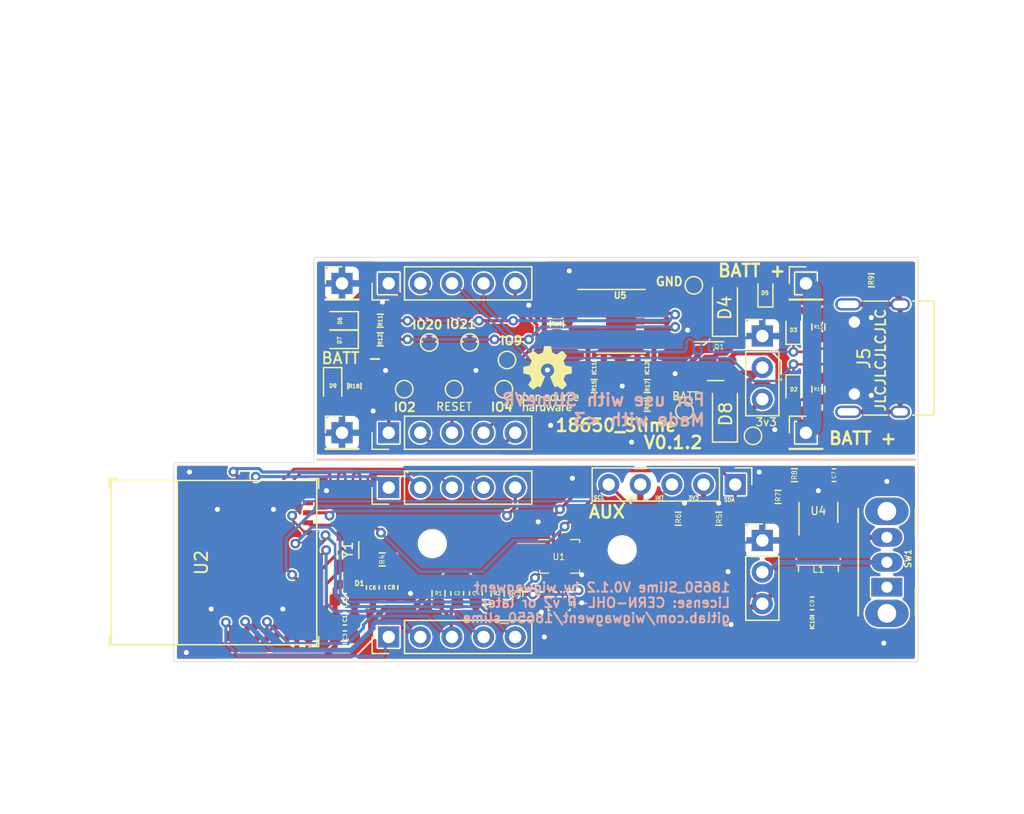
<source format=kicad_pcb>
(kicad_pcb (version 20211014) (generator pcbnew)
  (title_block (title "18650_Slime") (date "2022-12-07") (rev "V0.1.2") (company "gitlab.com/wigwagwent/18650_slime") (comment 1 "Licensed under CERN-OHL-P v2 or later") (comment 2 "For use with SlimeVR and made with <3"))
  (layers (0 "F.Cu" signal) (31 "B.Cu" signal) (34 "B.Paste" user) (35 "F.Paste" user) (36 "B.SilkS" user "B.Silkscreen") (37 "F.SilkS" user "F.Silkscreen") (38 "B.Mask" user) (39 "F.Mask" user) (44 "Edge.Cuts" user))
  (net 0 "")
  (net 1 "+BATT")
  (net 2 "GND")
  (net 3 "+3V3")
  (net 4 "IO0")
  (net 5 "VBUS")
  (net 6 "IO1")
  (net 7 "+5V")
  (net 8 "USB_D-")
  (net 9 "USB_D+")
  (net 10 "IO10_SDA")
  (net 11 "IO7_INT2")
  (net 12 "IO8_SCL")
  (net 13 "Net-(R2-Pad1)")
  (net 14 "IO6_INT1")
  (net 15 "Net-(R3-Pad2)")
  (net 16 "Net-(L1-Pad1)")
  (net 17 "IO5_LED")
  (net 19 "B_SENSE")
  (net 25 "UNUSED_IO2")
  (net 26 "UNUSED_IO4")
  (net 31 "UNUSED_IO9")
  (net 32 "UNUSED_IO20")
  (net 37 "RESET")
  (net 38 "/Top Level/GND")
  (net 39 "UNUSED_IO21")
  (net 40 "/Top Level/UNUSED_IO9")
  (net 44 "/Top Level/USB_D-")
  (net 45 "/Top Level/USB_D+")
  (net 46 "Net-(D4-Pad2)")
  (net 47 "Net-(D6-Pad1)")
  (net 48 "Net-(D7-Pad1)")
  (net 49 "/Top Level/5V")
  (net 50 "Net-(D9-Pad2)")
  (net 51 "+5P")
  (net 52 "Net-(J5-PadA5)")
  (net 54 "Net-(J5-PadB5)")
  (net 56 "Net-(J5-PadS1)")
  (net 57 "/Top Level/UNUSED_IO21")
  (net 58 "/Top Level/UNUSED_IO20")
  (net 59 "/Top Level/UNUSED_IO4")
  (net 60 "/Top Level/UNUSED_IO2")
  (net 61 "/Top Level/+3V3")
  (net 62 "Net-(R7-Pad2)")
  (net 63 "Net-(R10-Pad2)")
  (net 64 "Net-(R11-Pad1)")
  (net 65 "Net-(R12-Pad1)")
  (net 66 "/Top Level/B_SENSE")
  (net 67 "/Top Level/IO5_LED")
  (net 68 "/Top Level/RESET")
  (footprint "Connector_PinHeader_2.54mm:PinHeader_1x01_P2.54mm_Vertical" (layer "F.Cu") (at 77.25 40.59326)
    (fp_text reference "J11" hide)
    (fp_text value "Batt -")
  )
  (footprint "Connector_PinHeader_2.54mm:PinHeader_1x05_P2.54mm_Vertical" (layer "F.Cu") (at 108.825 56.75 -90)
    (fp_text reference "J1" hide)
    (fp_text value "IMU_Connector")
  )
  (footprint "Resistor_SMD:R_0603_1608Metric" (layer "F.Cu") (at 80.325 43.59326 180)
    (fp_text reference "R11" hide)
    (fp_text value "1K")
  )
  (footprint "Capacitor_SMD:C_0603_1608Metric" (layer "F.Cu") (at 115 67.8 180)
    (fp_text reference "C10" hide)
    (fp_text value "10uF")
  )
  (footprint "Connector_PinHeader_2.54mm:PinHeader_1x01_P2.54mm_Vertical" (layer "F.Cu") (at 77.25 52.59326)
    (fp_text reference "J12" hide)
    (fp_text value "Batt -")
  )
  (footprint "Resistor_SMD:R_0603_1608Metric" (layer "F.Cu") (at 94.5 43.84326 90)
    (fp_text reference "R10" hide)
    (fp_text value "2K")
  )
  (footprint "Resistor_SMD:R_0603_1608Metric" (layer "F.Cu") (at 89.75 65.5 -90)
    (fp_text reference "R2" hide)
    (fp_text value "4.7K")
  )
  (footprint "Capacitor_SMD:C_0603_1608Metric" (layer "F.Cu") (at 77.475 69.025)
    (fp_text reference "C3" hide)
    (fp_text value "100nF 10V")
  )
  (footprint "TestPoint:TestPoint_Pad_D1.0mm" (layer "F.Cu") (at 82.25 49.09326)
    (fp_text reference "TP7" hide)
    (fp_text value "IO2")
  )
  (footprint "TestPoint:TestPoint_Pad_D1.0mm" (layer "F.Cu") (at 87.5 45.34326)
    (fp_text reference "TP5" hide)
    (fp_text value "IO21")
  )
  (footprint "Connector_PinHeader_2.54mm:PinHeader_1x05_P2.54mm_Vertical" (layer "F.Cu") (at 81 40.59326 90)
    (fp_text reference "J8" hide)
    (fp_text value "Conn_01x05_Male")
  )
  (footprint "TestPoint:TestPoint_Pad_D1.0mm" (layer "F.Cu") (at 86.25 49.09326)
    (fp_text reference "TP3" hide)
    (fp_text value "RESET")
  )
  (footprint "Resistor_SMD:R_0603_1608Metric" (layer "F.Cu") (at 119.75 40.34326 180)
    (fp_text reference "R9" hide)
    (fp_text value "120K")
  )
  (footprint "MountingHole:MountingHole_2.1mm" (layer "F.Cu") (at 84.5 61.5)
    (fp_text reference "H1" hide)
    (fp_text value "MountingHole_2.1mm" hide)
  )
  (footprint "Resistor_SMD:R_0603_1608Metric" (layer "F.Cu") (at 107.5 59.5 180)
    (fp_text reference "R5" hide)
    (fp_text value "4.7K")
  )
  (footprint "Diode_SMD:D_SOD-523" (layer "F.Cu") (at 111.25 41.34326 90)
    (fp_text reference "D5")
    (fp_text value "LESD5D5.0CT1G")
  )
  (footprint "TestPoint:TestPoint_Pad_D1.0mm" (layer "F.Cu") (at 104.75 50.84326)
    (fp_text reference "TP1" hide)
    (fp_text value "BATT")
  )
  (footprint "TestPoint:TestPoint_Pad_D1.0mm" (layer "F.Cu") (at 84.25 45.34326)
    (fp_text reference "TP4" hide)
    (fp_text value "IO20")
  )
  (footprint "Diode_SMD:D_SOD-523" (layer "F.Cu") (at 113.5 44.34326 90)
    (fp_text reference "D3")
    (fp_text value "LESD5D5.0CT1G")
  )
  (footprint "Resistor_SMD:R_0603_1608Metric" (layer "F.Cu") (at 112.25 57.75)
    (fp_text reference "R7" hide)
    (fp_text value "120K 1%")
  )
  (footprint "Package_TO_SOT_SMD:SOT-23" (layer "F.Cu") (at 107.25 46.84326)
    (fp_text reference "Q1" hide)
    (fp_text value "CJ2305")
  )
  (footprint "Package_LGA:Bosch_LGA-14_3x2.5mm_P0.5mm" (layer "F.Cu") (at 94.725 62.525)
    (fp_text reference "U1")
    (fp_text value "BMI160")
  )
  (footprint "Diode_SMD:D_SOD-523" (layer "F.Cu") (at 113.5 49.09326 -90)
    (fp_text reference "D2")
    (fp_text value "LESD5D5.0CT1G")
  )
  (footprint "Resistor_SMD:R_0603_1608Metric" (layer "F.Cu") (at 80.475 62.775)
    (fp_text reference "R4" hide)
    (fp_text value "DNP")
  )
  (footprint "Capacitor_SMD:C_0603_1608Metric" (layer "F.Cu") (at 115 66.3 180)
    (fp_text reference "C9" hide)
    (fp_text value "470nF")
  )
  (footprint "Resistor_SMD:R_0603_1608Metric" (layer "F.Cu") (at 78.25 48.84326 -90)
    (fp_text reference "R18")
    (fp_text value "1K")
  )
  (footprint "Crystal:Crystal_SMD_3215-2Pin_3.2x1.5mm" (layer "F.Cu") (at 77.725 62.025 -90)
    (fp_text reference "Y1" hide)
    (fp_text value "32.768Hz" hide)
  )
  (footprint "Package_TO_SOT_SMD:SOT-23-5" (layer "F.Cu") (at 115.5 59 90)
    (fp_text reference "U4" hide)
    (fp_text value "M3406")
  )
  (footprint "Connector_PinHeader_2.54mm:PinHeader_1x05_P2.54mm_Vertical" (layer "F.Cu") (at 81 69 90)
    (fp_text reference "J3" hide)
    (fp_text value "Conn_01x05_Male")
  )
  (footprint "Resistor_SMD:R_0603_1608Metric" (layer "F.Cu") (at 80.325 45.09326 180)
    (fp_text reference "R12" hide)
    (fp_text value "1K")
  )
  (footprint "Capacitor_SMD:C_0603_1608Metric" (layer "F.Cu") (at 77.475 67.525)
    (fp_text reference "C1" hide)
    (fp_text value "1uF 16V")
  )
  (footprint "TestPoint:TestPoint_Pad_D1.0mm" (layer "F.Cu") (at 90.25 49.09326)
    (fp_text reference "TP6" hide)
    (fp_text value "IO4")
  )
  (footprint "Resistor_SMD:R_0603_1608Metric" (layer "F.Cu") (at 113.575 56)
    (fp_text reference "R8" hide)
    (fp_text value "27K 1%")
  )
  (footprint "Diode_SMD:D_SOD-123" (layer "F.Cu") (at 108 42.59326 90)
    (fp_text reference "D4")
    (fp_text value "B5819W")
  )
  (footprint "LED_SMD:LED_0603_1608Metric" (layer "F.Cu") (at 77.075 45.09326 180)
    (fp_text reference "D7")
    (fp_text value "FULL")
  )
  (footprint "LED_SMD:LED_0603_1608Metric" (layer "F.Cu") (at 77.075 43.59326 180)
    (fp_text reference "D6")
    (fp_text value "CHRG")
  )
  (footprint "Diode_SMD:D_SOD-123" (layer "F.Cu") (at 108 51.09326 90)
    (fp_text reference "D8" hide)
    (fp_text value "B5819W")
  )
  (footprint "TestPoint:TestPoint_Pad_D1.0mm" (layer "F.Cu") (at 90.5 46.75)
    (fp_text reference "TP8" hide)
    (fp_text value "IO9")
  )
  (footprint "Button_Switch_THT:SW_CuK_OS102011MA1QN1_SPDT_Angled" (layer "F.Cu") (at 121 65 90)
    (fp_text reference "SW1" hide)
    (fp_text value "SW_PWR")
  )
  (footprint "Espressif:ESP32-C3-MINI-1" (layer "F.Cu") (at 69.625 63.025 90)
    (fp_text reference "U2" hide)
    (fp_text value "ESP32-C3-MINI-1")
  )
  (footprint "Resistor_SMD:R_0603_1608Metric" (layer "F.Cu") (at 97.5 48.84326)
    (fp_text reference "R15")
    (fp_text value "120K")
  )
  (footprint "MountingHole:MountingHole_2.1mm" (layer "F.Cu") (at 99.75 62)
    (fp_text reference "H1" hide)
    (fp_text value "MountingHole_2.1mm" hide)
  )
  (footprint "Connector_PinHeader_2.54mm:PinHeader_1x01_P2.54mm_Vertical" (layer "F.Cu") (at 114.5 40.59326)
    (fp_text reference "J6" hide)
    (fp_text value "Batt +")
  )
  (footprint "Connector_PinHeader_2.54mm:PinHeader_1x05_P2.54mm_Vertical" (layer "F.Cu") (at 81 57 90)
    (fp_text reference "J4" hide)
    (fp_text value "Conn_01x05_Male")
  )
  (footprint "Connector_PinHeader_2.54mm:PinHeader_1x01_P2.54mm_Vertical" (layer "F.Cu") (at 114.5 52.59326)
    (fp_text reference "J7" hide)
    (fp_text value "Batt +")
  )
  (footprint "TestPoint:TestPoint_Pad_D1.0mm" (layer "F.Cu") (at 110.25 52.84326)
    (fp_text reference "TP2" hide)
    (fp_text value "3v3")
  )
  (footprint "slimevr_pcb:oshw_logo" (layer "F.Cu") (at 93.75 48.25)
    (fp_text reference "G***" hide)
    (fp_text value "LOGO" hide)
  )
  (footprint "Capacitor_SMD:C_0603_1608Metric" (layer "F.Cu") (at 101.75 47.34326 180)
    (fp_text reference "C12" hide)
    (fp_text value "10uF")
  )
  (footprint "Connector_PinHeader_2.54mm:PinHeader_1x05_P2.54mm_Vertical" (layer "F.Cu") (at 81 52.59326 90)
    (fp_text reference "J9" hide)
    (fp_text value "Conn_01x05_Male")
  )
  (footprint "LED_SMD:LED_0603_1608Metric" (layer "F.Cu") (at 76.5 48.84326 -90)
    (fp_text reference "D9")
    (fp_text value "LED_IO5")
  )
  (footprint "Resistor_SMD:R_0603_1608Metric" (layer "F.Cu") (at 85 65.5 -90)
    (fp_text reference "R1" hide)
    (fp_text value "10kR 1%")
  )
  (footprint "Package_CSP:WLCSP-12_1.56x1.56mm_P0.4mm" (layer "F.Cu") (at 94.684 66)
    (fp_text reference "U3")
    (fp_text value "BMM150")
  )
  (footprint "Connector_USB:USB_C_Receptacle_XKB_U262-16XN-4BVC11" (layer "F.Cu") (at 121 46.59326 90)
    (fp_text reference "J5")
    (fp_text value "USB_C_Receptacle_USB2.0")
  )
  (footprint "Resistor_SMD:R_0603_1608Metric" (layer "F.Cu") (at 115.5 44.09326 90)
    (fp_text reference "R13" hide)
    (fp_text value "5k1R 1%")
  )
  (footprint "Resistor_SMD:R_0603_1608Metric" (layer "F.Cu") (at 104.25 59.5 180)
    (fp_text reference "R6" hide)
    (fp_text value "4.7K")
  )
  (footprint "Capacitor_SMD:C_0603_1608Metric" (layer "F.Cu") (at 97.5 47.34326)
    (fp_text reference "C11" hide)
    (fp_text value "10uF")
  )
  (footprint "Package_SO:HTSOP-8-1EP_3.9x4.9mm_P1.27mm_EP2.4x3.2mm" (layer "F.Cu") (at 99.65 43.64326)
    (fp_text reference "U5")
    (fp_text value "TP4056")
  )
  (footprint "Capacitor_SMD:C_0603_1608Metric" (layer "F.Cu") (at 88 65.5 90)
    (fp_text reference "C4" hide)
    (fp_text value "4.7uF")
  )
  (footprint "Capacitor_SMD:C_0603_1608Metric" (layer "F.Cu") (at 77.475 66.025)
    (fp_text reference "C5")
    (fp_text value "10nF 10V")
  )
  (footprint "Capacitor_SMD:C_0603_1608Metric" (layer "F.Cu") (at 79.725 65.025 -90)
    (fp_text reference "C6" hide)
    (fp_text value "DNP")
  )
  (footprint "Capacitor_SMD:C_0603_1608Metric" (layer "F.Cu") (at 86.5 65.5 90)
    (fp_text reference "C2" hide)
    (fp_text value "1uF 16V")
  )
  (footprint "Resistor_SMD:R_0603_1608Metric" (layer "F.Cu") (at 91.25 65.5 90)
    (fp_text reference "R3" hide)
    (fp_text value "4.7K")
  )
  (footprint "Resistor_SMD:R_0603_1608Metric" (layer "F.Cu") (at 101.75 48.84326 180)
    (fp_text reference "R16")
    (fp_text value "120K 1%")
  )
  (footprint "18650_Slime:SOD882" (layer "F.Cu") (at 77.475 64.775)
    (fp_text reference "D1")
    (fp_text value "LESD8D3.3CAT5G" hide)
  )
  (footprint "Inductor_SMD:L_Wuerth_MAPI-3015" (layer "F.Cu") (at 115.5 63.55 -90)
    (fp_text reference "L1" hide)
    (fp_text value "2.2uH")
  )
  (footprint "Connector_PinHeader_2.54mm:PinHeader_1x03_P2.54mm_Vertical" (layer "F.Cu") (at 111 61.25)
    (fp_text reference "J2" hide)
    (fp_text value "Conn_01x03_Male")
  )
  (footprint "Capacitor_SMD:C_0603_1608Metric" (layer "F.Cu") (at 81.225 65.025 -90)
    (fp_text reference "C8" hide)
    (fp_text value "DNP")
  )
  (footprint "Resistor_SMD:R_0603_1608Metric" (layer "F.Cu") (at 115.5 49.09326 -90)
    (fp_text reference "R14" hide)
    (fp_text value "5k1R 1%")
  )
  (footprint "Capacitor_SMD:C_0603_1608Metric" (layer "F.Cu") (at 116.75 56 180)
    (fp_text reference "C7" hide)
    (fp_text value "4.7uF")
  )
  (footprint "TestPoint:TestPoint_Pad_D1.0mm" (layer "F.Cu") (at 105.5 40.75)
    (fp_text reference "TP9" hide)
    (fp_text value "GND")
  )
  (footprint "Resistor_SMD:R_0603_1608Metric" (layer "F.Cu") (at 101.75 50.34326)
    (fp_text reference "R17")
    (fp_text value "30K 1%")
  )
  (footprint "Connector_PinHeader_2.54mm:PinHeader_1x03_P2.54mm_Vertical" (layer "F.Cu") (at 111 44.81826)
    (fp_text reference "J10" hide)
    (fp_text value "Conn_01x03_Male")
  )
  (gr_line locked (start 75.25 54.75) (end 123.25 54.75) (layer "B.SilkS") (width 0.1524))
  (gr_line locked (start 123.25 54.75) (end 75.25 54.75) (layer "F.SilkS") (width 0.1524))
  (gr_line locked (start 63.75 71) (end 63.75 55) (layer "Edge.Cuts") (width 0.05))
  (gr_line locked (start 63.75 55) (end 75 55) (layer "Edge.Cuts") (width 0.05))
  (gr_line locked (start 123.5 71) (end 63.75 71) (layer "Edge.Cuts") (width 0.05))
  (gr_line locked (start 75 38.5) (end 123.5 38.5) (layer "Edge.Cuts") (width 0.05))
  (gr_line locked (start 75 55) (end 75 38.5) (layer "Edge.Cuts") (width 0.05))
  (gr_line locked (start 123.5 38.5) (end 123.5 54.5) (layer "Edge.Cuts") (width 0.05))
  (gr_line locked (start 123.5 54.5) (end 123.5 71) (layer "Edge.Cuts") (width 0.05))
  (gr_text "For use with SlimeVR\nMade with <3" (at 106.5 50.75) (layer "B.SilkS") (effects (font (size 1 1) (thickness 0.2)) (justify left mirror)))
  (gr_text "18650_Slime ${REVISION} by wigwagwent\nLicense: CERN-OHL-P v2 or later\ngitlab.com/wigwagwent/18650_slime\n" (at 108.5 66.25) (layer "B.SilkS") (effects (font (size 0.762 0.762) (thickness 0.16002)) (justify left mirror)))
  (gr_text "BATT +" (at 110.15 39.57) (layer "F.SilkS") (effects (font (size 1 1) (thickness 0.2))))
  (gr_text "3V3" (at 105.48 57.83) (layer "F.SilkS") (effects (font (size 0.3048 0.3048) (thickness 0.0762))))
  (gr_text "AUX" (at 98.52 58.95) (layer "F.SilkS") (effects (font (size 1 1) (thickness 0.2))))
  (gr_text "INT" (at 102.75 57.83) (layer "F.SilkS") (effects (font (size 0.3048 0.3048) (thickness 0.0762))))
  (gr_text "SDA" (at 108.35 57.99) (layer "F.SilkS") (effects (font (size 0.3048 0.3048) (thickness 0.0762))))
  (gr_text "SCL" (at 97.89 57.81) (layer "F.SilkS") (effects (font (size 0.3048 0.3048) (thickness 0.0762))))
  (gr_text "IO4" (at 90.08 50.53) (layer "F.SilkS") (effects (font (size 0.7 0.7))))
  (gr_text "GND" (at 103.53 40.45) (layer "F.SilkS") (effects (font (size 0.7 0.7))))
  (gr_text "BATT +" (at 119.06 53.04) (layer "F.SilkS") (effects (font (size 1 1) (thickness 0.2))))
  (gr_text "IO2" (at 82.29 50.54) (layer "F.SilkS") (effects (font (size 0.7 0.7))))
  (gr_text "18650_Slime" (at 99.25 52) (layer "F.SilkS") (effects (font (size 1 1) (thickness 0.2))))
  (gr_text "GND" (at 100.47 57.83) (layer "F.SilkS") (effects (font (size 0.3048 0.3048) (thickness 0.0762))))
  (gr_text "IO21" (at 86.81 43.87) (layer "F.SilkS") (effects (font (size 0.7 0.7))))
  (gr_text "${REVISION}" (at 101.38 53.38) (layer "F.SilkS") (effects (font (size 1 1) (thickness 0.2)) (justify left)))
  (gr_text "IO9" (at 90.85 45.19) (layer "F.SilkS") (effects (font (size 0.7 0.7))))
  (gr_text "IO20" (at 84.1 43.92) (layer "F.SilkS") (effects (font (size 0.7 0.7))))
  (gr_text "BATT -" (at 78.03 46.6) (layer "F.SilkS") (effects (font (size 0.9 0.9))))
  (gr_text "JLCJLCJLCJLC" (at 120.5 46.75 90) (layer "F.SilkS") (effects (font (size 0.8 0.8))))
  (segment (start 112.25 49.484421) (end 112.05442 49.28884) (width 0.4) (layer "F.Cu") (net 1))
  (segment (start 109.473 50.679969) (end 109.473 51.67026) (width 0.4) (layer "F.Cu") (net 1))
  (segment (start 112.05442 49.28884) (end 111.487328 48.721749) (width 0.4) (layer "F.Cu") (net 1))
  (segment (start 102.525 48.61826) (end 102.525 47.34326) (width 0.4) (layer "F.Cu") (net 1))
  (segment (start 108.1875 46.84326) (end 108.849011 46.181749) (width 0.4) (layer "F.Cu") (net 1))
  (segment (start 107.073489 53.166749) (end 102.525 48.61826) (width 0.4) (layer "F.Cu") (net 1))
  (segment (start 109.75 50.402969) (end 109.473 50.679969) (width 0.4) (layer "F.Cu") (net 1))
  (segment (start 107.073489 53.519771) (end 107.073489 53.166749) (width 0.4) (layer "F.Cu") (net 1))
  (segment (start 112.25 46.944421) (end 112.25 49.09326) (width 0.4) (layer "F.Cu") (net 1))
  (segment (start 108.926511 53.519771) (end 108.853022 53.59326) (width 0.4) (layer "F.Cu") (net 1))
  (segment (start 102.3 47.11826) (end 102.525 47.34326) (width 0.4) (layer "F.Cu") (net 1))
  (segment (start 107.146978 53.59326) (end 107.073489 53.519771) (width 0.4) (layer "F.Cu") (net 1))
  (segment (start 114.5 52.09326) (end 112.25 49.84326) (width 0.4) (layer "F.Cu") (net 1))
  (segment (start 108.926511 52.216749) (end 108.926511 53.519771) (width 0.4) (layer "F.Cu") (net 1))
  (segment (start 111.487328 48.721749) (end 110.512672 48.721749) (width 0.4) (layer "F.Cu") (net 1))
  (segment (start 114.5 52.59326) (end 114.5 52.09326) (width 0.4) (layer "F.Cu") (net 1))
  (segment (start 111.487328 46.181749) (end 112.25 46.944421) (width 0.4) (layer "F.Cu") (net 1))
  (segment (start 110.512672 48.721749) (end 109.75 49.484421) (width 0.4) (layer "F.Cu") (net 1))
  (segment (start 102.575 48.84326) (end 102.575 47.39326) (width 0.4) (layer "F.Cu") (net 1))
  (segment (start 112.25 49.09326) (end 112.05442 49.28884) (width 0.4) (layer "F.Cu") (net 1))
  (segment (start 109.473 51.67026) (end 108.926511 52.216749) (width 0.4) (layer "F.Cu") (net 1))
  (segment (start 108.849011 46.181749) (end 111.487328 46.181749) (width 0.4) (layer "F.Cu") (net 1))
  (segment (start 112.25 49.84326) (end 112.25 49.484421) (width 0.4) (layer "F.Cu") (net 1))
  (segment (start 108.853022 53.59326) (end 107.146978 53.59326) (width 0.4) (layer "F.Cu") (net 1))
  (segment (start 102.575 47.39326) (end 102.525 47.34326) (width 0.4) (layer "F.Cu") (net 1))
  (segment (start 102.3 45.54826) (end 102.3 47.11826) (width 0.4) (layer "F.Cu") (net 1))
  (segment (start 109.75 49.484421) (end 109.75 50.402969) (width 0.4) (layer "F.Cu") (net 1))
  (segment (start 114.5 40.59326) (end 115 41.09326) (width 1.5) (layer "B.Cu") (net 1))
  (segment (start 115 41.09326) (end 115 52.09326) (width 1.5) (layer "B.Cu") (net 1))
  (segment (start 115 52.09326) (end 114.5 52.59326) (width 1.5) (layer "B.Cu") (net 1))
  (segment (start 114.225 67.8) (end 114.225 66.3) (width 0.4) (layer "F.Cu") (net 2))
  (segment (start 95.25 66) (end 95.35 65.9) (width 0.127) (layer "F.Cu") (net 2))
  (segment (start 94.584 66.666) (end 94.218 66.666) (width 0.127) (layer "F.Cu") (net 2))
  (segment (start 95.35 65.9) (end 95.35 65.534) (width 0.127) (layer "F.Cu") (net 2))
  (segment (start 95.6875 64) (end 95.225 63.5375) (width 0.4) (layer "F.Cu") (net 2))
  (segment (start 93.684 66.566) (end 93.25 67) (width 0.127) (layer "F.Cu") (net 2))
  (segment (start 95.35 65.534) (end 95.25 65.434) (width 0.127) (layer "F.Cu") (net 2))
  (segment (start 95.225 63.5375) (end 94.86 63.5375) (width 0.4) (layer "F.Cu") (net 2))
  (segment (start 88 66.225) (end 86.5 64.725) (width 0.4) (layer "F.Cu") (net 2))
  (segment (start 115.975 56) (end 114.4 56) (width 0.4) (layer "F.Cu") (net 2))
  (segment (start 78.25 65.15) (end 77.875 64.775) (width 0.4) (layer "F.Cu") (net 2))
  (segment (start 78.25 66.025) (end 78.25 65.15) (width 0.4) (layer "F.Cu") (net 2))
  (segment (start 95.25 66) (end 96.25 66) (width 0.127) (layer "F.Cu") (net 2))
  (segment (start 94.218 66.666) (end 94.118 66.566) (width 0.127) (layer "F.Cu") (net 2))
  (segment (start 94.018 66.1) (end 94.018 66.466) (width 0.127) (layer "F.Cu") (net 2))
  (segment (start 79.725 65.8) (end 78.475 65.8) (width 0.4) (layer "F.Cu") (net 2))
  (segment (start 94.018 66.466) (end 94.118 66.566) (width 0.127) (layer "F.Cu") (net 2))
  (segment (start 96.25 66) (end 96.5 66.25) (width 0.127) (layer "F.Cu") (net 2))
  (segment (start 78.475 65.8) (end 78.25 66.025) (width 0.4) (layer "F.Cu") (net 2))
  (segment (start 94.684 66.566) (end 94.584 66.666) (width 0.127) (layer "F.Cu") (net 2))
  (segment (start 78.25 69.025) (end 78.25 67.525) (width 0.4) (layer "F.Cu") (net 2))
  (segment (start 78.25 66.025) (end 78.25 67.525) (width 0.4) (layer "F.Cu") (net 2))
  (segment (start 94.118 66.566) (end 93.684 66.566) (width 0.127) (layer "F.Cu") (net 2))
  (segment (start 88 66.275) (end 88 66.225) (width 0.4) (layer "F.Cu") (net 2))
  (segment (start 96.5 64) (end 95.6875 64) (width 0.4) (layer "F.Cu") (net 2))
  (segment (start 81.225 65.8) (end 79.725 65.8) (width 0.4) (layer "F.Cu") (net 2))
  (segment (start 94.118 66) (end 94.018 66.1) (width 0.127) (layer "F.Cu") (net 2))
  (via (at 64.75 70.25) (size 0.8) (drill 0.4) (layers "F.Cu" "B.Cu") (net 2))
  (via (at 120.75 69.5) (size 0.8) (drill 0.4) (layers "F.Cu" "B.Cu") (net 2))
  (via (at 96.5 64) (size 0.8) (drill 0.4) (layers "F.Cu" "B.Cu") (net 2))
  (via (at 82.75 65.5) (size 0.8) (drill 0.4) (layers "F.Cu" "B.Cu") (net 2))
  (via (at 107.5 58.25) (size 0.8) (drill 0.4) (layers "F.Cu" "B.Cu") (net 2))
  (via (at 93 59.75) (size 0.8) (drill 0.4) (layers "F.Cu" "B.Cu") (net 2))
  (via (at 104.75 58.25) (size 0.8) (drill 0.4) (layers "F.Cu" "B.Cu") (net 2))
  (via (at 93.25 67) (size 0.8) (drill 0.4) (layers "F.Cu" "B.Cu") (net 2))
  (via (at 108.5 68) (size 0.8) (drill 0.4) (layers "F.Cu" "B.Cu") (net 2))
  (via (at 108.25 63.75) (size 0.8) (drill 0.4) (layers "F.Cu" "B.Cu") (net 2))
  (via (at 71.75 58.75) (size 0.8) (drill 0.4) (layers "F.Cu" "B.Cu") (net 2))
  (via (at 121 56.5) (size 0.8) (drill 0.4) (layers "F.Cu" "B.Cu") (net 2))
  (via (at 93.5 69) (size 0.8) (drill 0.4) (layers "F.Cu" "B.Cu") (net 2))
  (via (at 110.75 55.75) (size 0.8) (drill 0.4) (layers "F.Cu" "B.Cu") (net 2))
  (via (at 65 55.75) (size 0.8) (drill 0.4) (layers "F.Cu" "B.Cu") (net 2))
  (via (at 95.75 56.25) (size 0.8) (drill 0.4) (layers "F.Cu" "B.Cu") (net 2))
  (via (at 72.5 66.75) (size 0.8) (drill 0.4) (layers "F.Cu" "B.Cu") (net 2))
  (via (at 96.5 66.25) (size 0.8) (drill 0.4) (layers "F.Cu" "B.Cu") (net 2))
  (via (at 66.75 66.75) (size 0.8) (drill 0.4) (layers "F.Cu" "B.Cu") (net 2))
  (via (at 115.5 57.25) (size 0.8) (drill 0.4) (layers "F.Cu" "B.Cu") (net 2))
  (via (at 67.25 58.75) (size 0.8) (drill 0.4) (layers "F.Cu" "B.Cu") (net 2))
  (via (at 76 57.25) (size 0.8) (drill 0.4) (layers "F.Cu" "B.Cu") (net 2))
  (segment (start 91.25 66.5) (end 92.577245 66.5) (width 0.254) (layer "F.Cu") (net 3))
  (segment (start 109.5 62.265) (end 109.5 64.83) (width 0.4) (layer "F.Cu") (net 3))
  (segment (start 76.7 66.025) (end 76.7 67.525) (width 0.4) (layer "F.Cu") (net 3))
  (segment (start 105.075 59.5) (end 106.675 59.5) (width 0.4) (layer "F.Cu") (net 3))
  (segment (start 96.123479 67.126521) (end 109.623479 67.126521) (width 0.4) (layer "F.Cu") (net 3))
  (segment (start 95.225 62.15) (end 94.225 63.15) (width 0.3) (layer "F.Cu") (net 3))
  (segment (start 88 64.725) (end 88.480389 64.725) (width 0.4) (layer "F.Cu") (net 3))
  (segment (start 95.5 60.75) (end 96.5 60.75) (width 0.3) (layer "F.Cu") (net 3))
  (segment (start 83.05152 66.62348) (end 85 64.675) (width 0.4) (layer "F.Cu") (net 3))
  (segment (start 76.7 69.025) (end 76.7 67.525) (width 0.4) (layer "F.Cu") (net 3))
  (segment (start 94.225 63.15) (end 94.225 63.5375) (width 0.3) (layer "F.Cu") (net 3))
  (segment (start 79.548489 68.981478) (end 79.548489 67.848489) (width 0.4) (layer "F.Cu") (net 3))
  (segment (start 96.75 63.128022) (end 96.651511 63.226511) (width 0.3) (layer "F.Cu") (net 3))
  (segment (start 87.22348 63.94848) (end 88 64.725) (width 0.4) (layer "F.Cu") (net 3))
  (segment (start 109.5 64.83) (end 111 66.33) (width 0.4) (layer "F.Cu") (net 3))
  (segment (start 96.5 60.75) (end 96.75 61) (width 0.3) (layer "F.Cu") (net 3))
  (segment (start 78.004967 70.525) (end 79.548489 68.981478) (width 0.4) (layer "F.Cu") (net 3))
  (segment (start 95.623479 67.126521) (end 96.123479 67.126521) (width 0.4) (layer "F.Cu") (net 3))
  (segment (start 85.72652 63.94848) (end 87.22348 63.94848) (width 0.4) (layer "F.Cu") (net 3))
  (segment (start 92.5 67.75) (end 95 67.75) (width 0.4) (layer "F.Cu") (net 3))
  (segment (start 97.75 66.5) (end 97.123479 67.126521) (width 0.3) (layer "F.Cu") (net 3))
  (segment (start 96.75 61) (end 96.75 63.128022) (width 0.3) (layer "F.Cu") (net 3))
  (segment (start 67.725 70.525) (end 75.925 70.525) (width 0.4) (layer "F.Cu") (net 3))
  (segment (start 91.5 66.325) (end 89.75 66.325) (width 0.4) (layer "F.Cu") (net 3))
  (segment (start 106.285 59.11) (end 106.285 56.75) (width 0.4) (layer "F.Cu") (net 3))
  (segment (start 88.15 64.725) (end 89.75 66.325) (width 0.4) (layer "F.Cu") (net 3))
  (segment (start 97.123479 67.126521) (end 96.123479 67.126521) (width 0.3) (layer "F.Cu") (net 3))
  (segment (start 95.25 66.753042) (end 95.623479 67.126521) (width 0.254) (layer "F.Cu") (net 3))
  (segment (start 96.75 63.128022) (end 97.75 64.128022) (width 0.3) (layer "F.Cu") (net 3))
  (segment (start 76.7 65.15) (end 77.075 64.775) (width 0.4) (layer "F.Cu") (net 3))
  (segment (start 112.73 64.6) (end 111 66.33) (width 0.4) (layer "F.Cu") (net 3))
  (segment (start 108.7425 61.5075) (end 109.5 62.265) (width 0.4) (layer "F.Cu") (net 3))
  (segment (start 92.577245 66.5) (end 93.643245 65.434) (width 0.254) (layer "F.Cu") (net 3))
  (segment (start 96.603022 63.275) (end 95.9875 63.275) (width 0.3) (layer "F.Cu") (net 3))
  (segment (start 67.225 70.025) (end 67.725 70.525) (width 0.4) (layer "F.Cu") (net 3))
  (segment (start 106.675 59.5) (end 106.735 59.5) (width 0.4) (layer "F.Cu") (net 3))
  (segment (start 106.735 59.5) (end 108.7425 61.5075) (width 0.4) (layer "F.Cu") (net 3))
  (segment (start 106.675 59.5) (end 106.285 59.11) (width 0.4) (layer "F.Cu") (net 3))
  (segment (start 94.401 65.717) (end 94.118 65.434) (width 0.1778) (layer "F.Cu") (net 3))
  (segment (start 85 64.675) (end 85.72652 63.94848) (width 0.4) (layer "F.Cu") (net 3))
  (segment (start 79.548489 67.848489) (end 80.773498 66.62348) (width 0.4) (layer "F.Cu") (net 3))
  (segment (start 88 64.725) (end 88.15 64.725) (width 0.4) (layer "F.Cu") (net 3))
  (segment (start 108.7425 60.4325) (end 108.7425 61.5075) (width 0.4) (layer "F.Cu") (net 3))
  (segment (start 76.7 69.75) (end 75.925 70.525) (width 0.4) (layer "F.Cu") (net 3))
  (segment (start 75.925 70.525) (end 78.004967 70.525) (width 0.4) (layer "F.Cu") (net 3))
  (segment (start 109.623479 67.126521) (end 110.42 66.33) (width 0.4) (layer "F.Cu") (net 3))
  (segment (start 115.775 66.3) (end 115.775 64.875) (width 0.4) (layer "F.Cu") (net 3))
  (segment (start 110.42 66.33) (end 111 66.33) (width 0.4) (layer "F.Cu") (net 3))
  (segment (start 97.75 64.128022) (end 97.75 66.5) (width 0.3) (layer "F.Cu") (net 3))
  (segment (start 91.25 66.5) (end 92.5 67.75) (width 0.4) (layer "F.Cu") (net 3))
  (segment (start 95.225 61.5125) (end 95.225 61.025) (width 0.3) (layer "F.Cu") (net 3))
  (segment (start 95 67.75) (end 95.623479 67.126521) (width 0.4) (layer "F.Cu") (net 3))
  (segment (start 115.5 64.6) (end 112.73 64.6) (width 0.4) (layer "F.Cu") (net 3))
  (segment (start 91.430389 61.775) (end 93.4625 61.775) (width 0.4) (layer "F.Cu") (net 3))
  (segment (start 95.25 66.566) (end 95.25 66.753042) (width 0.254) (layer "F.Cu") (net 3))
  (segment (start 95.225 61.5125) (end 95.225 62.15) (width 0.3) (layer "F.Cu") (net 3))
  (segment (start 111.425 57.75) (end 108.7425 60.4325) (width 0.4) (layer "F.Cu") (net 3))
  (segment (start 80.773498 66.62348) (end 83.05152 66.62348) (width 0.4) (layer "F.Cu") (net 3))
  (segment (start 95.225 61.025) (end 95.5 60.75) (width 0.3) (layer "F.Cu") (net 3))
  (segment (start 115.775 67.8) (end 115.775 66.3) (width 0.4) (layer "F.Cu") (net 3))
  (segment (start 93.643245 65.434) (end 94.118 65.434) (width 0.254) (layer "F.Cu") (net 3))
  (segment (start 76.7 69.025) (end 76.7 69.75) (width 0.4) (layer "F.Cu") (net 3))
  (segment (start 88.480389 64.725) (end 91.430389 61.775) (width 0.4) (layer "F.Cu") (net 3))
  (segment (start 76.7 66.025) (end 76.7 65.15) (width 0.4) (layer "F.Cu") (net 3))
  (segment (start 91.25 66.5) (end 91.25 66.325) (width 0.4) (layer "F.Cu") (net 3))
  (segment (start 67.225 68.925) (end 67.225 70.025) (width 0.4) (layer "F.Cu") (net 3))
  (segment (start 74.94848 67.825) (end 75.99848 66.775) (width 0.25) (layer "F.Cu") (net 4))
  (segment (start 79.65 64.175) (end 79.725 64.25) (width 0.25) (layer "F.Cu") (net 4))
  (segment (start 75.99848 64.748498) (end 77.471978 63.275) (width 0.25) (layer "F.Cu") (net 4))
  (segment (start 78.7 64.25) (end 77.725 63.275) (width 0.25) (layer "F.Cu") (net 4))
  (segment (start 79.725 64.25) (end 78.7 64.25) (width 0.25) (layer "F.Cu") (net 4))
  (segment (start 77.471978 63.275) (end 77.725 63.275) (width 0.25) (layer "F.Cu") (net 4))
  (segment (start 75.99848 66.775) (end 75.99848 64.748498) (width 0.25) (layer "F.Cu") (net 4))
  (segment (start 79.65 62.775) (end 79.65 64.175) (width 0.25) (layer "F.Cu") (net 4))
  (segment (start 74.525 67.825) (end 74.94848 67.825) (width 0.25) (layer "F.Cu") (net 4))
  (segment (start 97 45.54826) (end 97 47.06826) (width 0.4) (layer "F.Cu") (net 5))
  (segment (start 79.896978 39.34326) (end 93.5 39.34326) (width 0.4) (layer "F.Cu") (net 5))
  (segment (start 76.603022 43.59326) (end 76.2875 43.59326) (width 0.4) (layer "F.Cu") (net 5))
  (segment (start 79.823489 39.416749) (end 79.823489 40.372793) (width 0.4) (layer "F.Cu") (net 5))
  (segment (start 96.675 48.84326) (end 96.675 47.39326) (width 0.4) (layer "F.Cu") (net 5))
  (segment (start 93.5 39.34326) (end 95 40.84326) (width 0.4) (layer "F.Cu") (net 5))
  (segment (start 95 40.84326) (end 94.75 40.84326) (width 0.4) (layer "F.Cu") (net 5))
  (segment (start 93.5 42.09326) (end 93.5 45) (width 0.4) (layer "F.Cu") (net 5))
  (segment (start 93.5 45) (end 94.04826 45.54826) (width 0.4) (layer "F.Cu") (net 5))
  (segment (start 105.24848 48.140641) (end 106.201099 49.09326) (width 0.4) (layer "F.Cu") (net 5))
  (segment (start 94.75 40.84326) (end 93.5 42.09326) (width 0.4) (layer "F.Cu") (net 5))
  (segment (start 76.2875 43.59326) (end 76.2875 45.09326) (width 0.4) (layer "F.Cu") (net 5))
  (segment (start 98.873489 41.716749) (end 102.278489 41.716749) (width 0.4) (layer "F.Cu") (net 5))
  (segment (start 108 44.24326) (end 106.4 44.24326) (width 0.4) (layer "F.Cu") (net 5))
  (segment (start 107.4 49.09326) (end 108 49.69326) (width 0.4) (layer "F.Cu") (net 5))
  (segment (start 98 40.84326) (end 98.873489 41.716749) (width 0.4) (layer "F.Cu") (net 5))
  (segment (start 102.278489 41.716749) (end 102.3 41.73826) (width 0.4) (layer "F.Cu") (net 5))
  (segment (start 96.675 47.39326) (end 96.725 47.34326) (width 0.4) (layer "F.Cu") (net 5))
  (segment (start 79.823489 40.372793) (end 76.603022 43.59326) (width 0.4) (layer "F.Cu") (net 5))
  (segment (start 102.3 41.73826) (end 103.895 41.73826) (width 0.4) (layer "F.Cu") (net 5))
  (segment (start 105.24848 46.95728) (end 105.24848 48.140641) (width 0.4) (layer "F.Cu") (net 5))
  (segment (start 97 47.06826) (end 96.725 47.34326) (width 0.4) (layer "F.Cu") (net 5))
  (segment (start 95 40.84326) (end 98 40.84326) (width 0.4) (layer "F.Cu") (net 5))
  (segment (start 106.3125 45.89326) (end 106.35 45.89326) (width 0.4) (layer "F.Cu") (net 5))
  (segment (start 106.35 45.89326) (end 108 44.24326) (width 0.4) (layer "F.Cu") (net 5))
  (segment (start 106.201099 49.09326) (end 107.4 49.09326) (width 0.4) (layer "F.Cu") (net 5))
  (segment (start 106.3125 45.89326) (end 105.24848 46.95728) (width 0.4) (layer "F.Cu") (net 5))
  (segment (start 79.823489 39.416749) (end 79.896978 39.34326) (width 0.4) (layer "F.Cu") (net 5))
  (segment (start 94.04826 45.54826) (end 97 45.54826) (width 0.4) (layer "F.Cu") (net 5))
  (segment (start 106.4 44.24326) (end 103.895 41.73826) (width 0.4) (layer "F.Cu") (net 5))
  (segment (start 81.3 64.175) (end 81.225 64.25) (width 0.25) (layer "F.Cu") (net 6))
  (segment (start 77.725 61.446377) (end 77.725 60.775) (width 0.25) (layer "F.Cu") (net 6))
  (segment (start 74.525 67.025) (end 74.87196 67.025) (width 0.25) (layer "F.Cu") (net 6))
  (segment (start 81.3 62.775) (end 81.3 64.175) (width 0.25) (layer "F.Cu") (net 6))
  (segment (start 74.87196 67.025) (end 75.62196 66.275) (width 0.25) (layer "F.Cu") (net 6))
  (segment (start 75.62196 63.549417) (end 77.725 61.446377) (width 0.25) (layer "F.Cu") (net 6))
  (segment (start 77.725 60.775) (end 79.3 60.775) (width 0.25) (layer "F.Cu") (net 6))
  (segment (start 75.62196 66.275) (end 75.62196 63.549417) (width 0.25) (layer "F.Cu") (net 6))
  (segment (start 79.3 60.775) (end 81.3 62.775) (width 0.25) (layer "F.Cu") (net 6))
  (segment (start 114.55 59.45) (end 116.1375 57.8625) (width 0.4) (layer "F.Cu") (net 7))
  (segment (start 116.45 58.1) (end 116.45 57.8625) (width 0.4) (layer "F.Cu") (net 7))
  (segment (start 119.35 61) (end 116.45 58.1) (width 0.4) (layer "F.Cu") (net 7))
  (segment (start 117.525 56) (end 117.525 56.7875) (width 0.4) (layer "F.Cu") (net 7))
  (segment (start 116.1375 57.8625) (end 116.45 57.8625) (width 0.4) (layer "F.Cu") (net 7))
  (segment (start 117.525 56.7875) (end 116.45 57.8625) (width 0.4) (layer "F.Cu") (net 7))
  (segment (start 121 61) (end 119.35 61) (width 0.4) (layer "F.Cu") (net 7))
  (segment (start 114.55 60.1375) (end 114.55 59.45) (width 0.4) (layer "F.Cu") (net 7))
  (segment (start 77.525 56.125) (end 77.525 56.525) (width 0.2) (layer "F.Cu") (net 8))
  (segment (start 77.523769 56.07768) (end 77.525 56.125) (width 0.2) (layer "F.Cu") (net 8))
  (segment (start 76.923769 56.57232) (end 76.925 56.525) (width 0.2) (layer "F.Cu") (net 8))
  (segment (start 78.726231 56.57232) (end 78.755477 56.662329) (width 0.2) (layer "F.Cu") (net 8))
  (segment (start 78.811105 56.738895) (end 78.887671 56.794523) (width 0.2) (layer "F.Cu") (net 8))
  (segment (start 79.238895 56.738895) (end 79.294523 56.662329) (width 0.2) (layer "F.Cu") (net 8))
  (segment (start 76.894523 56.662329) (end 76.923769 56.57232) (width 0.2) (layer "F.Cu") (net 8))
  (segment (start 77.962329 56.794523) (end 78.038895 56.738895) (width 0.2) (layer "F.Cu") (net 8))
  (segment (start 76.162329 55.855477) (end 76.238895 55.911105) (width 0.2) (layer "F.Cu") (net 8))
  (segment (start 78.126231 56.07768) (end 78.155477 55.987671) (width 0.2) (layer "F.Cu") (net 8))
  (segment (start 79.577 55.923) (end 84.928 55.923) (width 0.2) (layer "F.Cu") (net 8))
  (segment (start 77.87232 56.823769) (end 77.962329 56.794523) (width 0.2) (layer "F.Cu") (net 8))
  (segment (start 76.925 56.125) (end 76.926231 56.07768) (width 0.2) (layer "F.Cu") (net 8))
  (segment (start 76.925 56.525) (end 76.925 56.125) (width 0.2) (layer "F.Cu") (net 8))
  (segment (start 77.225 55.825) (end 77.27232 55.826231) (width 0.2) (layer "F.Cu") (net 8))
  (segment (start 76.838895 56.738895) (end 76.894523 56.662329) (width 0.2) (layer "F.Cu") (net 8))
  (segment (start 76.926231 56.07768) (end 76.955477 55.987671) (width 0.2) (layer "F.Cu") (net 8))
  (segment (start 78.725 56.525) (end 78.726231 56.57232) (width 0.2) (layer "F.Cu") (net 8))
  (segment (start 77.011105 55.911105) (end 77.087671 55.855477) (width 0.2) (layer "F.Cu") (net 8))
  (segment (start 76.411105 56.738895) (end 76.487671 56.794523) (width 0.2) (layer "F.Cu") (net 8))
  (segment (start 79.323769 56.57232) (end 79.325 56.525) (width 0.2) (layer "F.Cu") (net 8))
  (segment (start 76.325 56.125) (end 76.325 56.525) (width 0.2) (layer "F.Cu") (net 8))
  (segment (start 78.211105 55.911105) (end 78.287671 55.855477) (width 0.2) (layer "F.Cu") (net 8))
  (segment (start 76.025 55.825) (end 76.07232 55.826231) (width 0.2) (layer "F.Cu") (net 8))
  (segment (start 78.47232 55.826231) (end 78.562329 55.855477) (width 0.2) (layer "F.Cu") (net 8))
  (segment (start 78.887671 56.794523) (end 78.97768 56.823769) (width 0.2) (layer "F.Cu") (net 8))
  (segment (start 78.155477 55.987671) (end 78.211105 55.911105) (width 0.2) (layer "F.Cu") (net 8))
  (segment (start 77.825 56.825) (end 77.87232 56.823769) (width 0.2) (layer "F.Cu") (net 8))
  (segment (start 77.087671 55.855477) (end 77.17768 55.826231) (width 0.2) (layer "F.Cu") (net 8))
  (segment (start 76.238895 55.911105) (end 76.294523 55.987671) (width 0.2) (layer "F.Cu") (net 8))
  (segment (start 76.67232 56.823769) (end 76.762329 56.794523) (width 0.2) (layer "F.Cu") (net 8))
  (segment (start 76.955477 55.987671) (end 77.011105 55.911105) (width 0.2) (layer "F.Cu") (net 8))
  (segment (start 84.928 55.923) (end 86.03 57.025) (width 0.2) (layer "F.Cu") (net 8))
  (segment (start 78.125 56.125) (end 78.126231 56.07768) (width 0.2) (layer "F.Cu") (net 8))
  (segment (start 79.162329 56.794523) (end 79.238895 56.738895) (width 0.2) (layer "F.Cu") (net 8))
  (segment (start 79.07232 56.823769) (end 79.162329 56.794523) (width 0.2) (layer "F.Cu") (net 8))
  (segment (start 78.694523 55.987671) (end 78.723769 56.07768) (width 0.2) (layer "F.Cu") (net 8))
  (segment (start 78.638895 55.911105) (end 78.694523 55.987671) (width 0.2) (layer "F.Cu") (net 8))
  (segment (start 77.526231 56.57232) (end 77.555477 56.662329) (width 0.2) (layer "F.Cu") (net 8))
  (segment (start 76.355477 56.662329) (end 76.411105 56.738895) (width 0.2) (layer "F.Cu") (net 8))
  (segment (start 77.555477 56.662329) (end 77.611105 56.738895) (width 0.2) (layer "F.Cu") (net 8))
  (segment (start 77.17768 55.826231) (end 77.225 55.825) (width 0.2) (layer "F.Cu") (net 8))
  (segment (start 77.77768 56.823769) (end 77.825 56.825) (width 0.2) (layer "F.Cu") (net 8))
  (segment (start 76.326231 56.57232) (end 76.355477 56.662329) (width 0.2) (layer "F.Cu") (net 8))
  (segment (start 78.562329 55.855477) (end 78.638895 55.911105) (width 0.2) (layer "F.Cu") (net 8))
  (segment (start 78.755477 56.662329) (end 78.811105 56.738895) (width 0.2) (layer "F.Cu") (net 8))
  (segment (start 78.287671 55.855477) (end 78.37768 55.826231) (width 0.2) (layer "F.Cu") (net 8))
  (segment (start 78.125 56.525) (end 78.125 56.125) (width 0.2) (layer "F.Cu") (net 8))
  (segment (start 78.094523 56.662329) (end 78.123769 56.57232) (width 0.2) (layer "F.Cu") (net 8))
  (segment (start 77.362329 55.855477) (end 77.438895 55.911105) (width 0.2) (layer "F.Cu") (net 8))
  (segment (start 76.57768 56.823769) (end 76.625 56.825) (width 0.2) (layer "F.Cu") (net 8))
  (segment (start 78.123769 56.57232) (end 78.125 56.525) (width 0.2) (layer "F.Cu") (net 8))
  (segment (start 76.762329 56.794523) (end 76.838895 56.738895) (width 0.2) (layer "F.Cu") (net 8))
  (segment (start 78.37768 55.826231) (end 78.425 55.825) (width 0.2) (layer "F.Cu") (net 8))
  (segment (start 77.27232 55.826231) (end 77.362329 55.855477) (width 0.2) (layer "F.Cu") (net 8))
  (segment (start 79.294523 56.662329) (end 79.323769 56.57232) (width 0.2) (layer "F.Cu") (net 8))
  (segment (start 78.038895 56.738895) (end 78.094523 56.662329) (width 0.2) (layer "F.Cu") (net 8))
  (segment (start 79.325 56.525) (end 79.325 56.175) (width 0.2) (layer "F.Cu") (net 8))
  (segment (start 76.325 56.525) (end 76.326231 56.57232) (width 0.2) (layer "F.Cu") (net 8))
  (segment (start 76.625 56.825) (end 76.67232 56.823769) (width 0.2) (layer "F.Cu") (net 8))
  (segment (start 77.611105 56.738895) (end 77.687671 56.794523) (width 0.2) (layer "F.Cu") (net 8))
  (segment (start 78.97768 56.823769) (end 79.025 56.825) (width 0.2) (layer "F.Cu") (net 8))
  (segment (start 79.025 56.825) (end 79.07232 56.823769) (width 0.2) (layer "F.Cu") (net 8))
  (segment (start 78.723769 56.07768) (end 78.725 56.125) (width 0.2) (layer "F.Cu") (net 8))
  (segment (start 77.525 56.525) (end 77.526231 56.57232) (width 0.2) (layer "F.Cu") (net 8))
  (segment (start 77.687671 56.794523) (end 77.77768 56.823769) (width 0.2) (layer "F.Cu") (net 8))
  (segment (start 78.725 56.125) (end 78.725 56.525) (width 0.2) (layer "F.Cu") (net 8))
  (segment (start 78.425 55.825) (end 78.47232 55.826231) (width 0.2) (layer "F.Cu") (net 8))
  (segment (start 76.294523 55.987671) (end 76.323769 56.07768) (width 0.2) (layer "F.Cu") (net 8))
  (segment (start 76.07232 55.826231) (end 76.162329 55.855477) (width 0.2) (layer "F.Cu") (net 8))
  (segment (start 77.494523 55.987671) (end 77.523769 56.07768) (width 0.2) (layer "F.Cu") (net 8))
  (segment (start 76.323769 56.07768) (end 76.325 56.125) (width 0.2) (layer "F.Cu") (net 8))
  (segment (start 73.925 55.825) (end 76.025 55.825) (width 0.2) (layer "F.Cu") (net 8))
  (segment (start 79.325 56.175) (end 79.577 55.923) (width 0.2) (layer "F.Cu") (net 8))
  (segment (start 76.487671 56.794523) (end 76.57768 56.823769) (width 0.2) (layer "F.Cu") (net 8))
  (segment (start 72.825 57.125) (end 72.825 56.925) (width 0.2) (layer "F.Cu") (net 8))
  (segment (start 72.825 56.925) (end 73.925 55.825) (width 0.2) (layer "F.Cu") (net 8))
  (segment (start 77.438895 55.911105) (end 77.494523 55.987671) (width 0.2) (layer "F.Cu") (net 8))
  (segment (start 78.506122 55.5) (end 87.045 55.5) (width 0.2) (layer "F.Cu") (net 9))
  (segment (start 87.045 55.5) (end 88.57 57.025) (width 0.2) (layer "F.Cu") (net 9))
  (segment (start 72.025 56.871978) (end 73.402389 55.494589) (width 0.2) (layer "F.Cu") (net 9))
  (segment (start 78.298102 55.494589) (end 78.506122 55.5) (width 0.2) (layer "F.Cu") (net 9))
  (segment (start 73.402389 55.494589) (end 78.298102 55.494589) (width 0.2) (layer "F.Cu") (net 9))
  (segment (start 72.025 57.125) (end 72.025 56.871978) (width 0.2) (layer "F.Cu") (net 9))
  (segment (start 107.723 55.648) (end 108.825 56.75) (width 0.25) (layer "F.Cu") (net 10))
  (segment (start 74.525 64.625) (end 73.875 64.625) (width 0.25) (layer "F.Cu") (net 10))
  (segment (start 108.825 59) (end 108.825 56.75) (width 0.25) (layer "F.Cu") (net 10))
  (segment (start 97.852 55.648) (end 107.723 55.648) (width 0.25) (layer "F.Cu") (net 10))
  (segment (start 73.875 64.625) (end 73.25 64) (width 0.25) (layer "F.Cu") (net 10))
  (segment (start 108.325 59.5) (end 108.825 59) (width 0.25) (layer "F.Cu") (net 10))
  (segment (start 94.225 61.5125) (end 94.225 59.275) (width 0.25) (layer "F.Cu") (net 10))
  (segment (start 94.225 59.275) (end 97.852 55.648) (width 0.25) (layer "F.Cu") (net 10))
  (via (at 73.25 64) (size 0.8) (drill 0.4) (layers "F.Cu" "B.Cu") (net 10))
  (via (at 94.75 58.75) (size 0.8) (drill 0.4) (layers "F.Cu" "B.Cu") (net 10))
  (segment (start 94.5 58.5) (end 94.75 58.75) (width 0.25) (layer "B.Cu") (net 10))
  (segment (start 73.25 64) (end 72.75 63.5) (width 0.25) (layer "B.Cu") (net 10))
  (segment (start 72.75 61.078623) (end 75.328623 58.5) (width 0.25) (layer "B.Cu") (net 10))
  (segment (start 72.75 63.5) (end 72.75 61.078623) (width 0.25) (layer "B.Cu") (net 10))
  (segment (start 75.328623 58.5) (end 94.5 58.5) (width 0.25) (layer "B.Cu") (net 10))
  (segment (start 73.25 59.25) (end 73.25 59.580822) (width 0.1778) (layer "F.Cu") (net 11))
  (segment (start 74.294178 60.625) (end 74.525 60.625) (width 0.1778) (layer "F.Cu") (net 11))
  (segment (start 73.25 59.580822) (end 74.294178 60.625) (width 0.1778) (layer "F.Cu") (net 11))
  (via (at 73.25 59.25) (size 0.8) (drill 0.4) (layers "F.Cu" "B.Cu") (net 11))
  (segment (start 102.404589 58.090411) (end 103.745 56.75) (width 0.1778) (layer "B.Cu") (net 11))
  (segment (start 74.409589 58.090411) (end 102.404589 58.090411) (width 0.1778) (layer "B.Cu") (net 11))
  (segment (start 73.25 59.25) (end 74.409589 58.090411) (width 0.1778) (layer "B.Cu") (net 11))
  (segment (start 80.375 60.625) (end 79.773 60.023) (width 0.25) (layer "F.Cu") (net 12))
  (segment (start 101.415 59.5) (end 98.665 56.75) (width 0.25) (layer "F.Cu") (net 12))
  (segment (start 94.725 61.5125) (end 94.725 60.525) (width 0.25) (layer "F.Cu") (net 12))
  (segment (start 74.723 60.023) (end 74.525 59.825) (width 0.25) (layer "F.Cu") (net 12))
  (segment (start 79.773 60.023) (end 74.723 60.023) (width 0.25) (layer "F.Cu") (net 12))
  (segment (start 94.725 60.525) (end 98.5 56.75) (width 0.25) (layer "F.Cu") (net 12))
  (segment (start 103.425 59.5) (end 101.415 59.5) (width 0.25) (layer "F.Cu") (net 12))
  (via (at 95.125 60.125) (size 0.8) (drill 0.4) (layers "F.Cu" "B.Cu") (net 12))
  (via (at 80.375 60.625) (size 0.8) (drill 0.4) (layers "F.Cu" "B.Cu") (net 12))
  (segment (start 88.5 63.75) (end 83.5 63.75) (width 0.25) (layer "B.Cu") (net 12))
  (segment (start 91 61.25) (end 88.5 63.75) (width 0.25) (layer "B.Cu") (net 12))
  (segment (start 83.5 63.75) (end 80.375 60.625) (width 0.25) (layer "B.Cu") (net 12))
  (segment (start 94 61.25) (end 91 61.25) (width 0.25) (layer "B.Cu") (net 12))
  (segment (start 95.125 60.125) (end 94 61.25) (width 0.25) (layer "B.Cu") (net 12))
  (segment (start 92.15 62.275) (end 89.75 64.675) (width 0.25) (layer "F.Cu") (net 13))
  (segment (start 94.967 65.25) (end 94.967 64.816) (width 0.127) (layer "F.Cu") (net 13))
  (segment (start 89.75 64.675) (end 90.65152 65.57652) (width 0.25) (layer "F.Cu") (net 13))
  (segment (start 95.033 64.75) (end 95.75 64.75) (width 0.127) (layer "F.Cu") (net 13))
  (segment (start 90.65152 65.57652) (end 92.57652 65.57652) (width 0.25) (layer "F.Cu") (net 13))
  (segment (start 95.75 64.75) (end 96.25 65.25) (width 0.127) (layer "F.Cu") (net 13))
  (segment (start 94.967 64.816) (end 95.033 64.75) (width 0.127) (layer "F.Cu") (net 13))
  (segment (start 93.4625 62.275) (end 92.15 62.275) (width 0.25) (layer "F.Cu") (net 13))
  (segment (start 94.967 65.25) (end 94.967 65.717) (width 0.1) (layer "F.Cu") (net 13))
  (via (at 92.57652 65.57652) (size 0.8) (drill 0.4) (layers "F.Cu" "B.Cu") (net 13))
  (via (at 96.25 65.25) (size 0.8) (drill 0.4) (layers "F.Cu" "B.Cu") (net 13))
  (segment (start 95.92348 65.57652) (end 92.57652 65.57652) (width 0.25) (layer "B.Cu") (net 13))
  (segment (start 96.25 65.25) (end 95.92348 65.57652) (width 0.25) (layer "B.Cu") (net 13))
  (segment (start 73.575 61.425) (end 74.525 61.425) (width 0.127) (layer "F.Cu") (net 14))
  (segment (start 73.5 61.5) (end 73.575 61.425) (width 0.127) (layer "F.Cu") (net 14))
  (segment (start 93.4625 63.5375) (end 92.75 64.25) (width 0.25) (layer "F.Cu") (net 14))
  (segment (start 93.4625 63.275) (end 93.4625 63.5375) (width 0.25) (layer "F.Cu") (net 14))
  (via (at 92.75 64.25) (size 0.8) (drill 0.4) (layers "F.Cu" "B.Cu") (net 14))
  (via (at 73.5 61.5) (size 0.8) (drill 0.4) (layers "F.Cu" "B.Cu") (net 14))
  (segment (start 77.102 61.079932) (end 77.102 65.515026) (width 0.25) (layer "B.Cu") (net 14))
  (segment (start 73.5 61.5) (end 74.827 60.173) (width 0.25) (layer "B.Cu") (net 14))
  (segment (start 77.775474 66.1885) (end 90.8115 66.1885) (width 0.25) (layer "B.Cu") (net 14))
  (segment (start 74.827 60.173) (end 76.195068 60.173) (width 0.25) (layer "B.Cu") (net 14))
  (segment (start 90.8115 66.1885) (end 92.75 64.25) (width 0.25) (layer "B.Cu") (net 14))
  (segment (start 76.195068 60.173) (end 77.102 61.079932) (width 0.25) (layer "B.Cu") (net 14))
  (segment (start 77.102 65.515026) (end 77.775474 66.1885) (width 0.25) (layer "B.Cu") (net 14))
  (segment (start 91.25 64.4) (end 91.25 64.675) (width 0.25) (layer "F.Cu") (net 15))
  (segment (start 92.875 62.775) (end 91.25 64.4) (width 0.25) (layer "F.Cu") (net 15))
  (segment (start 93.4625 62.775) (end 92.875 62.775) (width 0.25) (layer "F.Cu") (net 15))
  (segment (start 94.684 65.434) (end 94.175 64.925) (width 0.127) (layer "F.Cu") (net 15))
  (segment (start 94.175 64.925) (end 91.25 64.925) (width 0.127) (layer "F.Cu") (net 15))
  (segment (start 116.45 60.1375) (end 116.45 61.55) (width 0.4) (layer "F.Cu") (net 16))
  (segment (start 116.45 61.55) (end 115.5 62.5) (width 0.4) (layer "F.Cu") (net 16))
  (segment (start 74.828022 62.225) (end 74.525 62.225) (width 0.25) (layer "F.Cu") (net 17))
  (segment (start 75.925 61.128022) (end 74.828022 62.225) (width 0.25) (layer "F.Cu") (net 17))
  (segment (start 75.925 60.825) (end 75.925 61.128022) (width 0.25) (layer "F.Cu") (net 17))
  (via (at 75.925 60.825) (size 0.8) (drill 0.4) (layers "F.Cu" "B.Cu") (net 17))
  (segment (start 76.725 65.671184) (end 77.619316 66.5655) (width 0.25) (layer "B.Cu") (net 17))
  (segment (start 88.4255 66.5655) (end 90.885 69.025) (width 0.25) (layer "B.Cu") (net 17))
  (segment (start 76.725 61.625) (end 76.725 65.671184) (width 0.25) (layer "B.Cu") (net 17))
  (segment (start 77.619316 66.5655) (end 88.4255 66.5655) (width 0.25) (layer "B.Cu") (net 17))
  (segment (start 75.925 60.825) (end 76.725 61.625) (width 0.25) (layer "B.Cu") (net 17))
  (segment (start 69.625 68.925) (end 69.625 67.925) (width 0.4) (layer "F.Cu") (net 19))
  (segment (start 69.625 67.925) (end 69.475 67.775) (width 0.4) (layer "F.Cu") (net 19))
  (via (at 69.475 67.775) (size 0.8) (drill 0.4) (layers "F.Cu" "B.Cu") (net 19))
  (segment (start 71.77348 70.07348) (end 77.975 70.07348) (width 0.4) (layer "B.Cu") (net 19))
  (segment (start 79.75 68.29848) (end 79.75 68) (width 0.4) (layer "B.Cu") (net 19))
  (segment (start 79.75 68) (end 79.9785 67.7715) (width 0.4) (layer "B.Cu") (net 19))
  (segment (start 77.975 70.07348) (end 79.75 68.29848) (width 0.4) (layer "B.Cu") (net 19))
  (segment (start 69.475 67.775) (end 71.77348 70.07348) (width 0.4) (layer "B.Cu") (net 19))
  (segment (start 79.9785 67.7715) (end 82.0115 67.7715) (width 0.4) (layer "B.Cu") (net 19))
  (segment (start 82.0115 67.7715) (end 83.265 69.025) (width 0.4) (layer "B.Cu") (net 19))
  (segment (start 68.825 68.725) (end 67.925 67.825) (width 0.25) (layer "F.Cu") (net 25))
  (segment (start 68.825 68.925) (end 68.825 68.725) (width 0.25) (layer "F.Cu") (net 25))
  (via (at 67.925 67.825) (size 0.8) (drill 0.4) (layers "F.Cu" "B.Cu") (net 25))
  (segment (start 67.925 67.825) (end 67.925 69.475) (width 0.25) (layer "B.Cu") (net 25))
  (segment (start 80.725 70.275) (end 80.725 69.025) (width 0.25) (layer "B.Cu") (net 25))
  (segment (start 67.925 69.475) (end 68.975 70.525) (width 0.25) (layer "B.Cu") (net 25))
  (segment (start 68.975 70.525) (end 80.475 70.525) (width 0.25) (layer "B.Cu") (net 25))
  (segment (start 80.475 70.525) (end 80.725 70.275) (width 0.25) (layer "B.Cu") (net 25))
  (segment (start 75.975 62.025) (end 74.975 63.025) (width 0.25) (layer "F.Cu") (net 26))
  (segment (start 74.975 63.025) (end 74.525 63.025) (width 0.25) (layer "F.Cu") (net 26))
  (via (at 75.975 62.025) (size 0.8) (drill 0.4) (layers "F.Cu" "B.Cu") (net 26))
  (segment (start 86.2625 66.9425) (end 88.345 69.025) (width 0.25) (layer "B.Cu") (net 26))
  (segment (start 75.975 62.025) (end 75.975 66.275) (width 0.25) (layer "B.Cu") (net 26))
  (segment (start 76.6425 66.9425) (end 86.2625 66.9425) (width 0.25) (layer "B.Cu") (net 26))
  (segment (start 75.975 66.275) (end 76.6425 66.9425) (width 0.25) (layer "B.Cu") (net 26))
  (segment (start 91.16 58.59) (end 91.16 57) (width 0.25) (layer "F.Cu") (net 31))
  (segment (start 90.5 59.25) (end 91.16 58.59) (width 0.25) (layer "F.Cu") (net 31))
  (segment (start 74.525 59.025) (end 76.025 59.025) (width 0.25) (layer "F.Cu") (net 31))
  (segment (start 76.025 59.025) (end 76.25 59.25) (width 0.25) (layer "F.Cu") (net 31))
  (via (at 76.25 59.25) (size 0.8) (drill 0.4) (layers "F.Cu" "B.Cu") (net 31))
  (via (at 90.5 59.25) (size 0.8) (drill 0.4) (layers "F.Cu" "B.Cu") (net 31))
  (segment (start 79.5 58.877) (end 90.127 58.877) (width 0.25) (layer "B.Cu") (net 31))
  (segment (start 76.25 59.25) (end 76.623 58.877) (width 0.25) (layer "B.Cu") (net 31))
  (segment (start 76.623 58.877) (end 79.5 58.877) (width 0.25) (layer "B.Cu") (net 31))
  (segment (start 90.127 58.877) (end 90.5 59.25) (width 0.25) (layer "B.Cu") (net 31))
  (segment (start 69.625 57.125) (end 69.625 56.825) (width 0.25) (layer "F.Cu") (net 32))
  (segment (start 69.625 56.825) (end 70.325 56.125) (width 0.25) (layer "F.Cu") (net 32))
  (via (at 70.325 56.125) (size 0.8) (drill 0.4) (layers "F.Cu" "B.Cu") (net 32))
  (segment (start 79.925 56.125) (end 80.825 57.025) (width 0.25) (layer "B.Cu") (net 32))
  (segment (start 80.825 57.025) (end 80.95 57.025) (width 0.25) (layer "B.Cu") (net 32))
  (segment (start 70.325 56.125) (end 79.925 56.125) (width 0.25) (layer "B.Cu") (net 32))
  (segment (start 85 66.325) (end 85 66.5) (width 0.25) (layer "F.Cu") (net 37))
  (segment (start 86.025 67.3) (end 86.025 67.525) (width 0.25) (layer "F.Cu") (net 37))
  (segment (start 86.025 66.75) (end 86.025 67.975) (width 0.25) (layer "F.Cu") (net 37))
  (segment (start 86.025 67.975) (end 86.025 68.805) (width 0.25) (layer "F.Cu") (net 37))
  (segment (start 71.225 68.925) (end 71.225 67.775) (width 0.25) (layer "F.Cu") (net 37))
  (segment (start 86.025 67.525) (end 86.025 67.975) (width 0.25) (layer "F.Cu") (net 37))
  (segment (start 86.5 66.275) (end 86.025 66.75) (width 0.25) (layer "F.Cu") (net 37))
  (segment (start 85 66.5) (end 86.025 67.525) (width 0.25) (layer "F.Cu") (net 37))
  (segment (start 86.03 67.28) (end 86.03 69.025) (width 0.25) (layer "F.Cu") (net 37))
  (via (at 71.225 67.775) (size 0.8) (drill 0.4) (layers "F.Cu" "B.Cu") (net 37))
  (segment (start 78.975 68.025) (end 79.6805 67.3195) (width 0.25) (layer "B.Cu") (net 37))
  (segment (start 79.6805 67.3195) (end 84.0995 67.3195) (width 0.25) (layer "B.Cu") (net 37))
  (segment (start 72.975 69.525) (end 77.725 69.525) (width 0.25) (layer "B.Cu") (net 37))
  (segment (start 78.975 68.275) (end 78.975 68.025) (width 0.25) (layer "B.Cu") (net 37))
  (segment (start 71.225 67.775) (end 72.975 69.525) (width 0.25) (layer "B.Cu") (net 37))
  (segment (start 84.0995 67.3195) (end 85.805 69.025) (width 0.25) (layer "B.Cu") (net 37))
  (segment (start 77.725 69.525) (end 78.975 68.275) (width 0.25) (layer "B.Cu") (net 37))
  (segment (start 118.212191 40.34326) (end 115.5 43.055451) (width 0.25) (layer "F.Cu") (net 38))
  (segment (start 118.925 40.34326) (end 118.212191 40.34326) (width 0.25) (layer "F.Cu") (net 38))
  (segment (start 94.5 44.66826) (end 95.675 44.66826) (width 0.25) (layer "F.Cu") (net 38))
  (segment (start 115.5 49.91826) (end 117.305 49.91826) (width 0.25) (layer "F.Cu") (net 38))
  (segment (start 111 44.81826) (end 112.325 44.81826) (width 0.25) (layer "F.Cu") (net 38))
  (segment (start 95.675 44.66826) (end 96.065 44.27826) (width 0.25) (layer "F.Cu") (net 38))
  (segment (start 97.065 44.34326) (end 97 44.27826) (width 0.25) (layer "F.Cu") (net 38))
  (segment (start 115.525 43.24326) (end 115.5 43.26826) (width 0.25) (layer "F.Cu") (net 38))
  (segment (start 115.5 49.91826) (end 113.625 49.91826) (width 0.25) (layer "F.Cu") (net 38))
  (segment (start 112.325 44.81826) (end 113.5 43.64326) (width 0.25) (layer "F.Cu") (net 38))
  (segment (start 117.305 49.91826) (end 117.33 49.94326) (width 0.25) (layer "F.Cu") (net 38))
  (segment (start 97 41.73826) (end 97.745 41.73826) (width 0.25) (layer "F.Cu") (net 38))
  (segment (start 96.065 44.27826) (end 97 44.27826) (width 0.25) (layer "F.Cu") (net 38))
  (segment (start 97.745 41.73826) (end 99.65 43.64326) (width 0.25) (layer "F.Cu") (net 38))
  (segment (start 98.95 44.34326) (end 97.065 44.34326) (width 0.25) (layer "F.Cu") (net 38))
  (segment (start 98.275 47.34326) (end 98.275 48.79326) (width 0.25) (layer "F.Cu") (net 38))
  (segment (start 117.33 43.24326) (end 115.525 43.24326) (width 0.25) (layer "F.Cu") (net 38))
  (segment (start 98.275 48.79326) (end 98.325 48.84326) (width 0.25) (layer "F.Cu") (net 38))
  (segment (start 99.65 43.64326) (end 98.95 44.34326) (width 0.25) (layer "F.Cu") (net 38))
  (segment (start 113.625 49.91826) (end 113.5 49.79326) (width 0.25) (layer "F.Cu") (net 38))
  (segment (start 115.5 43.055451) (end 115.5 43.26826) (width 0.25) (layer "F.Cu") (net 38))
  (via (at 104 47.84326) (size 0.8) (drill 0.4) (layers "F.Cu" "B.Cu") (net 38))
  (via (at 99.75 48.84326) (size 0.8) (drill 0.4) (layers "F.Cu" "B.Cu") (net 38))
  (via (at 105 44.34326) (size 0.8) (drill 0.4) (layers "F.Cu" "B.Cu") (net 38))
  (via (at 94 52) (size 0.8) (drill 0.4) (layers "F.Cu" "B.Cu") (net 38))
  (via (at 80.5 42.09326) (size 0.8) (drill 0.4) (layers "F.Cu" "B.Cu") (net 38))
  (via (at 112 52.34326) (size 0.8) (drill 0.4) (layers "F.Cu" "B.Cu") (net 38))
  (via (at 119.75 49.59326) (size 0.8) (drill 0.4) (layers "F.Cu" "B.Cu") (net 38))
  (via (at 88 47.59326) (size 0.8) (drill 0.4) (layers "F.Cu" "B.Cu") (net 38))
  (via (at 119.75 43.34326) (size 0.8) (drill 0.4) (layers "F.Cu" "B.Cu") (net 38))
  (via (at 92.25 42.34326) (size 0.8) (drill 0.4) (layers "F.Cu" "B.Cu") (net 38))
  (via (at 93.75 47.55) (size 0.8) (drill 0.4) (layers "F.Cu" "B.Cu") (net 38))
  (via (at 80.75 47.59326) (size 0.8) (drill 0.4) (layers "F.Cu" "B.Cu") (net 38))
  (via (at 100.5 53.34326) (size 0.8) (drill 0.4) (layers "F.Cu" "B.Cu") (net 38))
  (via (at 95.5 39.59326) (size 0.8) (drill 0.4) (layers "F.Cu" "B.Cu") (net 38))
  (via (at 79.75 50.84326) (size 0.8) (drill 0.4) (layers "F.Cu" "B.Cu") (net 38))
  (segment (start 68.825 57.125) (end 68.825 56.025) (width 0.25) (layer "F.Cu") (net 39))
  (segment (start 68.825 56.025) (end 68.525 55.725) (width 0.25) (layer "F.Cu") (net 39))
  (via (at 68.525 55.725) (size 0.8) (drill 0.4) (layers "F.Cu" "B.Cu") (net 39))
  (segment (start 82.213 55.748) (end 83.49 57.025) (width 0.25) (layer "B.Cu") (net 39))
  (segment (start 68.777 55.473) (end 70.595068 55.473) (width 0.25) (layer "B.Cu") (net 39))
  (segment (start 70.870068 55.748) (end 82.213 55.748) (width 0.25) (layer "B.Cu") (net 39))
  (segment (start 68.525 55.725) (end 68.777 55.473) (width 0.25) (layer "B.Cu") (net 39))
  (segment (start 70.595068 55.473) (end 70.870068 55.748) (width 0.25) (layer "B.Cu") (net 39))
  (segment (start 92.902 45.363328) (end 91.515328 46.75) (width 0.25) (layer "F.Cu") (net 40))
  (segment (start 91.16 40.59326) (end 91.16 42.175328) (width 0.25) (layer "F.Cu") (net 40))
  (segment (start 91.515328 46.75) (end 90.5 46.75) (width 0.25) (layer "F.Cu") (net 40))
  (segment (start 91.16 42.175328) (end 92.902 43.917328) (width 0.25) (layer "F.Cu") (net 40))
  (segment (start 92.902 43.917328) (end 92.902 45.363328) (width 0.25) (layer "F.Cu") (net 40))
  (segment (start 116.5 47.09326) (end 116.5 46.59326) (width 0.2) (layer "F.Cu") (net 44))
  (segment (start 113.5 48.39326) (end 113.5 47.09326) (width 0.2) (layer "F.Cu") (net 44))
  (segment (start 116.5 46.59326) (end 116 47.09326) (width 0.2) (layer "F.Cu") (net 44))
  (segment (start 116.75 47.34326) (end 116.5 47.09326) (width 0.2) (layer "F.Cu") (net 44))
  (segment (start 117.33 47.34326) (end 116.75 47.34326) (width 0.2) (layer "F.Cu") (net 44))
  (segment (start 116.75 46.34326) (end 117.33 46.34326) (width 0.2) (layer "F.Cu") (net 44))
  (segment (start 116.5 46.59326) (end 116.75 46.34326) (width 0.2) (layer "F.Cu") (net 44))
  (segment (start 116 47.09326) (end 113.5 47.09326) (width 0.2) (layer "F.Cu") (net 44))
  (via (at 113.5 47.09326) (size 0.8) (drill 0.4) (layers "F.Cu" "B.Cu") (net 44))
  (segment (start 110.322802 48.434771) (end 108.481291 46.59326) (width 0.2) (layer "B.Cu") (net 44))
  (segment (start 112.158489 48.434771) (end 110.322802 48.434771) (width 0.2) (layer "B.Cu") (net 44))
  (segment (start 92.25 46.59326) (end 86.25 40.59326) (width 0.2) (layer "B.Cu") (net 44))
  (segment (start 108.481291 46.59326) (end 92.25 46.59326) (width 0.2) (layer "B.Cu") (net 44))
  (segment (start 86.25 40.59326) (end 86.08 40.59326) (width 0.2) (layer "B.Cu") (net 44))
  (segment (start 113.5 47.09326) (end 112.158489 48.434771) (width 0.2) (layer "B.Cu") (net 44))
  (segment (start 113.5 46.09326) (end 115 46.09326) (width 0.2) (layer "F.Cu") (net 45))
  (segment (start 115.25 45.84326) (end 117.33 45.84326) (width 0.2) (layer "F.Cu") (net 45))
  (segment (start 118.25 46.09326) (end 118.25 46.601282) (width 0.2) (layer "F.Cu") (net 45))
  (segment (start 118.008022 46.84326) (end 117.33 46.84326) (width 0.2) (layer "F.Cu") (net 45))
  (segment (start 118 45.84326) (end 118.25 46.09326) (width 0.2) (layer "F.Cu") (net 45))
  (segment (start 113.5 46.09326) (end 113.5 45.04326) (width 0.2) (layer "F.Cu") (net 45))
  (segment (start 118.25 46.601282) (end 118.008022 46.84326) (width 0.2) (layer "F.Cu") (net 45))
  (segment (start 115 46.09326) (end 115.25 45.84326) (width 0.2) (layer "F.Cu") (net 45))
  (segment (start 117.33 45.84326) (end 118 45.84326) (width 0.2) (layer "F.Cu") (net 45))
  (via (at 113.5 46.09326) (size 0.8) (drill 0.4) (layers "F.Cu" "B.Cu") (net 45))
  (segment (start 88.62 42.349281) (end 88.62 40.59326) (width 0.2) (layer "B.Cu") (net 45))
  (segment (start 106.025 46.24326) (end 105.575 46.24326) (width 0.2) (layer "B.Cu") (net 45))
  (segment (start 104.078659 46.09326) (end 92.363979 46.09326) (width 0.2) (layer "B.Cu") (net 45))
  (segment (start 106.1 45.39326) (end 106.1 45.79326) (width 0.2) (layer "B.Cu") (net 45))
  (segment (start 105.5 46.16826) (end 105.5 46.09326) (width 0.2) (layer "B.Cu") (net 45))
  (segment (start 105.5 46.09326) (end 105.5 45.39326) (width 0.2) (layer "B.Cu") (net 45))
  (segment (start 104.6 46.09326) (end 104.078659 46.09326) (width 0.2) (layer "B.Cu") (net 45))
  (segment (start 106.7 45.79326) (end 106.7 45.39326) (width 0.2) (layer "B.Cu") (net 45))
  (segment (start 113.5 46.09326) (end 107 46.09326) (width 0.2) (layer "B.Cu") (net 45))
  (segment (start 92.363979 46.09326) (end 88.62 42.349281) (width 0.2) (layer "B.Cu") (net 45))
  (segment (start 106.1 45.79326) (end 106.1 46.16826) (width 0.2) (layer "B.Cu") (net 45))
  (segment (start 104.9 45.39326) (end 104.9 45.79326) (width 0.2) (layer "B.Cu") (net 45))
  (arc (start 106.1 46.16826) (mid 106.078033 46.221293) (end 106.025 46.24326) (width 0.2) (layer "B.Cu") (net 45))
  (arc (start 106.7 45.39326) (mid 106.612132 45.181128) (end 106.4 45.09326) (width 0.2) (layer "B.Cu") (net 45))
  (arc (start 107 46.09326) (mid 106.787868 46.005392) (end 106.7 45.79326) (width 0.2) (layer "B.Cu") (net 45))
  (arc (start 104.9 45.79326) (mid 104.812132 46.005392) (end 104.6 46.09326) (width 0.2) (layer "B.Cu") (net 45))
  (arc (start 105.5 45.39326) (mid 105.412132 45.181128) (end 105.2 45.09326) (width 0.2) (layer "B.Cu") (net 45))
  (arc (start 105.575 46.24326) (mid 105.521967 46.221293) (end 105.5 46.16826) (width 0.2) (layer "B.Cu") (net 45))
  (arc (start 105.2 45.09326) (mid 104.987868 45.181128) (end 104.9 45.39326) (width 0.2) (layer "B.Cu") (net 45))
  (arc (start 106.4 45.09326) (mid 106.187868 45.181128) (end 106.1 45.39326) (width 0.2) (layer "B.Cu") (net 45))
  (segment (start 115.105389 44.09326) (end 114.69848 43.686351) (width 0.4) (layer "F.Cu") (net 46))
  (segment (start 118 48.84326) (end 118.75 48.09326) (width 0.25) (layer "F.Cu") (net 46))
  (segment (start 116.8 44.04326) (end 116.75 44.09326) (width 0.25) (layer "F.Cu") (net 46))
  (segment (start 113.45 42.04326) (end 111.25 42.04326) (width 0.4) (layer "F.Cu") (net 46))
  (segment (start 117.33 48.84326) (end 118 48.84326) (width 0.25) (layer "F.Cu") (net 46))
  (segment (start 116.75 44.09326) (end 115.105389 44.09326) (width 0.4) (layer "F.Cu") (net 46))
  (segment (start 117.03 44.04326) (end 117.33 44.34326) (width 0.25) (layer "F.Cu") (net 46))
  (segment (start 118.186521 48.906739) (end 119 48.09326) (width 0.25) (layer "F.Cu") (net 46))
  (segment (start 117.33 49.14326) (end 117.33 48.84326) (width 0.25) (layer "F.Cu") (net 46))
  (segment (start 117.33 44.04326) (end 117.7 44.04326) (width 0.25) (layer "F.Cu") (net 46))
  (segment (start 116.75 44.09326) (end 117 44.34326) (width 0.25) (layer "F.Cu") (net 46))
  (segment (start 118 44.34326) (end 118.75 45.09326) (width 0.25) (layer "F.Cu") (net 46))
  (segment (start 117.7 49.14326) (end 118 48.84326) (width 0.25) (layer "F.Cu") (net 46))
  (segment (start 119 48.09326) (end 119 45.123585) (width 0.25) (layer "F.Cu") (net 46))
  (segment (start 114.69848 43.686351) (end 114.69848 43.29174) (width 0.4) (layer "F.Cu") (net 46))
  (segment (start 111.25 42.04326) (end 109.1 42.04326) (width 0.4) (layer "F.Cu") (net 46))
  (segment (start 114.69848 43.29174) (end 113.45 42.04326) (width 0.4) (layer "F.Cu") (net 46))
  (segment (start 117.919675 49.14326) (end 118.156196 48.906739) (width 0.25) (layer "F.Cu") (net 46))
  (segment (start 118.156196 48.906739) (end 118.186521 48.906739) (width 0.25) (layer "F.Cu") (net 46))
  (segment (start 117.33 44.04326) (end 116.8 44.04326) (width 0.25) (layer "F.Cu") (net 46))
  (segment (start 117.33 49.14326) (end 117.919675 49.14326) (width 0.25) (layer "F.Cu") (net 46))
  (segment (start 117.7 44.04326) (end 118 44.34326) (width 0.25) (layer "F.Cu") (net 46))
  (segment (start 117.33 49.14326) (end 117.7 49.14326) (width 0.25) (layer "F.Cu") (net 46))
  (segment (start 118.75 45.09326) (end 118.75 48.09326) (width 0.25) (layer "F.Cu") (net 46))
  (segment (start 109.1 42.04326) (end 108 40.94326) (width 0.4) (layer "F.Cu") (net 46))
  (segment (start 117.919675 44.04326) (end 117.33 44.04326) (width 0.25) (layer "F.Cu") (net 46))
  (segment (start 117.33 44.34326) (end 118 44.34326) (width 0.25) (layer "F.Cu") (net 46))
  (segment (start 119 45.123585) (end 117.919675 44.04326) (width 0.25) (layer "F.Cu") (net 46))
  (segment (start 117 44.34326) (end 117.33 44.34326) (width 0.25) (layer "F.Cu") (net 46))
  (segment (start 79.5 43.59326) (end 77.8625 43.59326) (width 0.25) (layer "F.Cu") (net 47))
  (segment (start 77.8625 45.09326) (end 79.5 45.09326) (width 0.25) (layer "F.Cu") (net 48))
  (segment (start 109 49.35826) (end 109 50.34326) (width 0.4) (layer "F.Cu") (net 49))
  (segment (start 111 47.35826) (end 109 49.35826) (width 0.4) (layer "F.Cu") (net 49))
  (segment (start 109 50.34326) (end 108 51.34326) (width 0.4) (layer "F.Cu") (net 49))
  (segment (start 108 51.34326) (end 108 52.99326) (width 0.4) (layer "F.Cu") (net 49))
  (segment (start 106.3125 47.79326) (end 110.565 47.79326) (width 0.4) (layer "F.Cu") (net 49))
  (segment (start 110.565 47.79326) (end 111 47.35826) (width 0.25) (layer "F.Cu") (net 49))
  (segment (start 76.5375 49.66826) (end 76.5 49.63076) (width 0.25) (layer "F.Cu") (net 50))
  (segment (start 78.25 49.66826) (end 76.5375 49.66826) (width 0.25) (layer "F.Cu") (net 50))
  (segment (start 112.25 63) (end 111.46 63.79) (width 0.4) (layer "B.Cu") (net 51))
  (segment (start 121 63) (end 112.25 63) (width 0.4) (layer "B.Cu") (net 51))
  (segment (start 111.46 63.79) (end 111 63.79) (width 0.4) (layer "B.Cu") (net 51))
  (segment (start 115.925 47.84326) (end 115.5 48.26826) (width 0.25) (layer "F.Cu") (net 52))
  (segment (start 117.33 47.84326) (end 115.925 47.84326) (width 0.25) (layer "F.Cu") (net 52))
  (segment (start 115.5 44.91826) (end 117.255 44.91826) (width 0.25) (layer "F.Cu") (net 54))
  (segment (start 117.255 44.91826) (end 117.33 44.84326) (width 0.25) (layer "F.Cu") (net 54))
  (segment (start 122.075 41.84326) (end 120.575 40.34326) (width 0.4) (layer "F.Cu") (net 56))
  (segment (start 122.075 42.27326) (end 122.075 50.91326) (width 0.4) (layer "F.Cu") (net 56))
  (segment (start 117.895 42.27326) (end 122.075 42.27326) (width 0.4) (layer "F.Cu") (net 56))
  (segment (start 122.075 50.91326) (end 117.895 50.91326) (width 0.4) (layer "F.Cu") (net 56))
  (segment (start 122.075 42.27326) (end 122.075 41.84326) (width 0.4) (layer "F.Cu") (net 56))
  (segment (start 83.54 40.59326) (end 87.5 44.55326) (width 0.25) (layer "F.Cu") (net 57))
  (segment (start 87.5 44.55326) (end 87.5 45.34326) (width 0.25) (layer "F.Cu") (net 57))
  (segment (start 81 40.59326) (end 84.25 43.84326) (width 0.25) (layer "F.Cu") (net 58))
  (segment (start 84.25 43.84326) (end 84.25 45.34326) (width 0.25) (layer "F.Cu") (net 58))
  (segment (start 88.62 52.59326) (end 90.25 50.96326) (width 0.25) (layer "F.Cu") (net 59))
  (segment (start 90.25 50.96326) (end 90.25 49.09326) (width 0.25) (layer "F.Cu") (net 59))
  (segment (start 81 52.59326) (end 81 50.34326) (width 0.25) (layer "F.Cu") (net 60))
  (segment (start 81 50.34326) (end 82.25 49.09326) (width 0.25) (layer "F.Cu") (net 60))
  (segment (start 110 52.84326) (end 110 50.89826) (width 0.4) (layer "F.Cu") (net 61))
  (segment (start 110 50.89826) (end 111 49.89826) (width 0.4) (layer "F.Cu") (net 61))
  (segment (start 113.075 57.75) (end 114.4375 57.75) (width 0.25) (layer "F.Cu") (net 62))
  (segment (start 112.75 56) (end 112.75 57.425) (width 0.25) (layer "F.Cu") (net 62))
  (segment (start 114.4375 57.75) (end 114.55 57.8625) (width 0.25) (layer "F.Cu") (net 62))
  (segment (start 112.75 57.425) (end 113.075 57.75) (width 0.25) (layer "F.Cu") (net 62))
  (segment (start 94.5 43.01826) (end 96.99 43.01826) (width 0.25) (layer "F.Cu") (net 63))
  (segment (start 96.99 43.01826) (end 97 43.00826) (width 0.25) (layer "F.Cu") (net 63))
  (segment (start 102.3 43.00826) (end 103.915 43.00826) (width 0.25) (layer "F.Cu") (net 64))
  (segment (start 103.915 43.00826) (end 104 43.09326) (width 0.25) (layer "F.Cu") (net 64))
  (segment (start 88.25 43.59326) (end 91 43.59326) (width 0.25) (layer "F.Cu") (net 64))
  (segment (start 81.15 43.59326) (end 82.5 43.59326) (width 0.25) (layer "F.Cu") (net 64))
  (via (at 104 43.09326) (size 0.8) (drill 0.4) (layers "F.Cu" "B.Cu") (net 64))
  (via (at 91 43.59326) (size 0.8) (drill 0.4) (layers "F.Cu" "B.Cu") (net 64))
  (via (at 82.5 43.59326) (size 0.8) (drill 0.4) (layers "F.Cu" "B.Cu") (net 64))
  (via (at 88.25 43.59326) (size 0.8) (drill 0.4) (layers "F.Cu" "B.Cu") (net 64))
  (segment (start 88.25 43.59326) (end 82.5 43.59326) (width 0.25) (layer "B.Cu") (net 64))
  (segment (start 103.5 43.59326) (end 104 43.09326) (width 0.25) (layer "B.Cu") (net 64))
  (segment (start 91 43.59326) (end 103.5 43.59326) (width 0.25) (layer "B.Cu") (net 64))
  (segment (start 81.15 45.09326) (end 82.5 45.09326) (width 0.25) (layer "F.Cu") (net 65))
  (segment (start 103.815 44.27826) (end 104 44.09326) (width 0.25) (layer "F.Cu") (net 65))
  (segment (start 102.3 44.27826) (end 103.815 44.27826) (width 0.25) (layer "F.Cu") (net 65))
  (segment (start 89.5 45.09326) (end 92.25 45.09326) (width 0.25) (layer "F.Cu") (net 65))
  (via (at 82.5 45.09326) (size 0.8) (drill 0.4) (layers "F.Cu" "B.Cu") (net 65))
  (via (at 89.5 45.09326) (size 0.8) (drill 0.4) (layers "F.Cu" "B.Cu") (net 65))
  (via (at 92.25 45.09326) (size 0.8) (drill 0.4) (layers "F.Cu" "B.Cu") (net 65))
  (via (at 104 44.09326) (size 0.8) (drill 0.4) (layers "F.Cu" "B.Cu") (net 65))
  (segment (start 82.5 45.09326) (end 89.5 45.09326) (width 0.25) (layer "B.Cu") (net 65))
  (segment (start 92.25 45.09326) (end 93.25 44.09326) (width 0.25) (layer "B.Cu") (net 65))
  (segment (start 93.25 44.09326) (end 104 44.09326) (width 0.25) (layer "B.Cu") (net 65))
  (segment (start 89.721511 52.371749) (end 89.721511 53.121749) (width 0.25) (layer "F.Cu") (net 66))
  (segment (start 89.145 53.69826) (end 84.645 53.69826) (width 0.25) (layer "F.Cu") (net 66))
  (segment (start 100.925 48.84326) (end 100.925 50.34326) (width 0.25) (layer "F.Cu") (net 66))
  (segment (start 99.09326 53.25) (end 93.65674 53.25) (width 0.25) (layer "F.Cu") (net 66))
  (segment (start 89.721511 53.121749) (end 89.145 53.69826) (width 0.25) (layer "F.Cu") (net 66))
  (segment (start 93.65674 53.25) (end 91.898489 51.491749) (width 0.25) (layer "F.Cu") (net 66))
  (segment (start 90.601511 51.491749) (end 89.721511 52.371749) (width 0.25) (layer "F.Cu") (net 66))
  (segment (start 100.925 51.41826) (end 99.09326 53.25) (width 0.25) (layer "F.Cu") (net 66))
  (segment (start 84.645 53.69826) (end 83.54 52.59326) (width 0.25) (layer "F.Cu") (net 66))
  (segment (start 91.898489 51.491749) (end 90.601511 51.491749) (width 0.25) (layer "F.Cu") (net 66))
  (segment (start 100.925 50.34326) (end 100.925 51.41826) (width 0.25) (layer "F.Cu") (net 66))
  (segment (start 78.97652 52.772802) (end 78.97652 48.74478) (width 0.25) (layer "F.Cu") (net 67))
  (segment (start 89.67848 54.07478) (end 80.278498 54.07478) (width 0.25) (layer "F.Cu") (net 67))
  (segment (start 80.278498 54.07478) (end 78.97652 52.772802) (width 0.25) (layer "F.Cu") (net 67))
  (segment (start 91.16 52.59326) (end 89.67848 54.07478) (width 0.25) (layer "F.Cu") (net 67))
  (segment (start 78.97652 48.74478) (end 78.25 48.01826) (width 0.25) (layer "F.Cu") (net 67))
  (segment (start 86.08 49.26326) (end 86.25 49.09326) (width 0.25) (layer "F.Cu") (net 68))
  (segment (start 86.08 52.59326) (end 86.08 49.26326) (width 0.25) (layer "F.Cu") (net 68))
  (zone locked (net 2) (net_name "GND") (layers F&B.Cu) (connect_pads (clearance 0.1)) (min_thickness 0.254) (fill yes (thermal_gap 0.508) (thermal_bridge_width 0.508))
    (polygon (pts (xy 123.25 70.75) (xy 64 70.75) (xy 64 55.25) (xy 123.25 55.25)))
  )
  (zone (net 38) (net_name "/Top Level/GND") (layers F&B.Cu) (connect_pads (clearance 0.1)) (min_thickness 0.254) (fill yes (thermal_gap 0.508) (thermal_bridge_width 0.508))
    (polygon (pts (xy 123.25 54.34326) (xy 75.25 54.34326) (xy 75.25 38.84326) (xy 123.25 38.84326)))
  )
)
</source>
